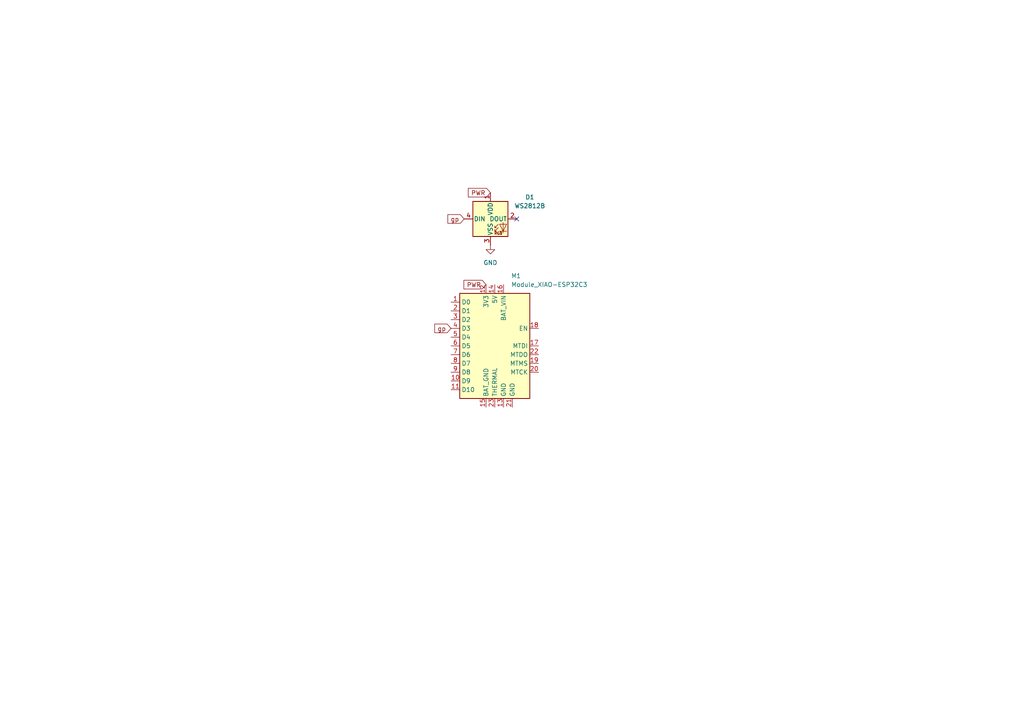
<source format=kicad_sch>
(kicad_sch (version 20231120) (generator "eeschema") (generator_version "8.0")
  (paper "A4")
  (lib_symbols
    (symbol "LED:WS2812B" (pin_names (offset 0.254))
      (property "Reference" "D" (at 5.08 5.715 0))
      (property "Value" "WS2812B" (at 1.27 -5.715 0))
      (symbol "WS2812B_0_0"
        (text "RGB" (at 2.286 -4.191 0) (effects (font (size 0.762 0.762))))
      )
      (symbol "WS2812B_0_1"
        (polyline (pts (xy 1.27 -3.556) (xy 1.778 -3.556)))
        (polyline (pts (xy 1.27 -2.54) (xy 1.778 -2.54)))
        (polyline (pts (xy 4.699 -3.556) (xy 2.667 -3.556)))
        (polyline (pts (xy 2.286 -2.54) (xy 1.27 -3.556) (xy 1.27 -3.048)))
        (polyline (pts (xy 2.286 -1.524) (xy 1.27 -2.54) (xy 1.27 -2.032)))
        (polyline (pts (xy 3.683 -1.016) (xy 3.683 -3.556) (xy 3.683 -4.064)))
        (polyline (pts (xy 4.699 -1.524) (xy 2.667 -1.524) (xy 3.683 -3.556) (xy 4.699 -1.524)))
        (rectangle (start 5.08 5.08) (end -5.08 -5.08) (stroke (width 0.254)) (fill (type background)))
      )
      (symbol "WS2812B_1_1"
        (pin power_in line (at 0 7.62 270) (length 2.54) (name "VDD") (number "1"))
        (pin output line (at 7.62 0 180) (length 2.54) (name "DOUT") (number "2"))
        (pin power_in line (at 0 -7.62 90) (length 2.54) (name "VSS") (number "3"))
        (pin input line (at -7.62 0 0) (length 2.54) (name "DIN") (number "4"))
      )
    )
    (symbol "fab:Module_XIAO-ESP32C3"
      (property "Reference" "M" (at -10.16 16.51 0))
      (property "Value" "Module_XIAO-ESP32C3" (at 3.81 16.51 0))
      (symbol "Module_XIAO-ESP32C3_1_1"
        (rectangle (start -10.16 15.24) (end 10.16 -15.24) (stroke (width 0.254)) (fill (type background)))
        (pin bidirectional line (at -12.7 12.7 0) (length 2.54) (name "D0") (number "1"))
        (pin bidirectional line (at -12.7 -10.16 0) (length 2.54) (name "D9") (number "10"))
        (pin bidirectional line (at -12.7 -12.7 0) (length 2.54) (name "D10") (number "11"))
        (pin power_in line (at -2.54 17.78 270) (length 2.54) (name "3V3") (number "12"))
        (pin power_in line (at 2.54 -17.78 90) (length 2.54) (name "GND") (number "13"))
        (pin power_in line (at 0 17.78 270) (length 2.54) (name "5V") (number "14"))
        (pin power_in line (at -2.54 -17.78 90) (length 2.54) (name "BAT_GND") (number "15"))
        (pin power_in line (at 2.54 17.78 270) (length 2.54) (name "BAT_VIN") (number "16"))
        (pin input line (at 12.7 0 180) (length 2.54) (name "MTDI") (number "17"))
        (pin input line (at 12.7 5.08 180) (length 2.54) (name "EN") (number "18"))
        (pin input line (at 12.7 -5.08 180) (length 2.54) (name "MTMS") (number "19"))
        (pin bidirectional line (at -12.7 10.16 0) (length 2.54) (name "D1") (number "2"))
        (pin input line (at 12.7 -7.62 180) (length 2.54) (name "MTCK") (number "20"))
        (pin power_in line (at 5.08 -17.78 90) (length 2.54) (name "GND") (number "21"))
        (pin output line (at 12.7 -2.54 180) (length 2.54) (name "MTDO") (number "22"))
        (pin power_in line (at 0 -17.78 90) (length 2.54) (name "THERMAL") (number "23"))
        (pin bidirectional line (at -12.7 7.62 0) (length 2.54) (name "D2") (number "3"))
        (pin bidirectional line (at -12.7 5.08 0) (length 2.54) (name "D3") (number "4"))
        (pin bidirectional line (at -12.7 2.54 0) (length 2.54) (name "D4") (number "5"))
        (pin bidirectional line (at -12.7 0 0) (length 2.54) (name "D5") (number "6"))
        (pin bidirectional line (at -12.7 -2.54 0) (length 2.54) (name "D6") (number "7"))
        (pin bidirectional line (at -12.7 -5.08 0) (length 2.54) (name "D7") (number "8"))
        (pin bidirectional line (at -12.7 -7.62 0) (length 2.54) (name "D8") (number "9"))
      )
    )
    (symbol "power:GND" (power) (pin_numbers hide) (pin_names (offset 0) hide)
      (property "Value" "GND" (at 0 -3.81 0))
      (symbol "GND_0_1"
        (polyline (pts (xy 0 0) (xy 0 -1.27) (xy 1.27 -1.27) (xy 0 -2.54) (xy -1.27 -1.27) (xy 0 -1.27)))
      )
      (symbol "GND_1_1"
        (pin power_in line (at 0 0 270) (length 0) (name "~") (number "1"))
      )
    )
  )
  (no_connect (at 149.86 63.5))
  (global_label "gp" (shape input) (at 134.62 63.5 180) (property "Intersheetrefs" "${INTERSHEET_REFS}" (effects (hide yes))))
  (global_label "PWR" (shape input) (at 142.24 55.88 180) (property "Intersheetrefs" "${INTERSHEET_REFS}" (effects (hide yes))))
  (global_label "gp" (shape input) (at 130.81 95.25 180) (property "Intersheetrefs" "${INTERSHEET_REFS}" (effects (hide yes))))
  (global_label "PWR" (shape input) (at 140.97 82.55 180) (property "Intersheetrefs" "${INTERSHEET_REFS}" (effects (hide yes))))
  (symbol (lib_id "LED:WS2812B") (at 142.24 63.5 0) (unit 1)
    (property "Reference" "D1" (at 153.67 57.1814 0))
    (property "Value" "WS2812B" (at 153.67 59.7214 0))
    (property "Footprint" "LED_SMD:LED_WS2812B_PLCC4_5.0x5.0mm_P3.2mm" (effects (hide yes)))
    (property "Datasheet" "https://cdn-shop.adafruit.com/datasheets/WS2812B.pdf" (effects (hide yes)))
    (property "Description" "RGB LED with integrated controller" (effects (hide yes)))
  )
  (symbol (lib_id "fab:Module_XIAO-ESP32C3") (at 143.51 100.33 0) (unit 1)
    (property "Reference" "M1" (at 148.2441 80.01 0) (effects (justify left)))
    (property "Value" "Module_XIAO-ESP32C3" (at 148.2441 82.55 0) (effects (justify left)))
    (property "Footprint" "fab:SeeedStudio_XIAO_ESP32C3" (effects (hide yes)))
    (property "Datasheet" "https://wiki.seeedstudio.com/XIAO_ESP32C3_Getting_Started/" (effects (hide yes)))
    (property "Description" "ESP32-C3 Transceiver; 802.11 a/b/g/n (Wi-Fi, WiFi, WLAN), Bluetooth® Smart 4.x Low Energy (BLE) 2.4GHz Evaluation Board" (effects (hide yes)))
  )
  (symbol (lib_id "power:GND") (at 142.24 71.12 0) (unit 1)
    (property "Reference" "#PWR01" (effects (hide yes)))
    (property "Value" "GND" (at 142.24 76.2 0))
    (property "Description" "Power symbol creates a global label with name \"GND\" , ground" (effects (hide yes)))
  )
)
</source>
